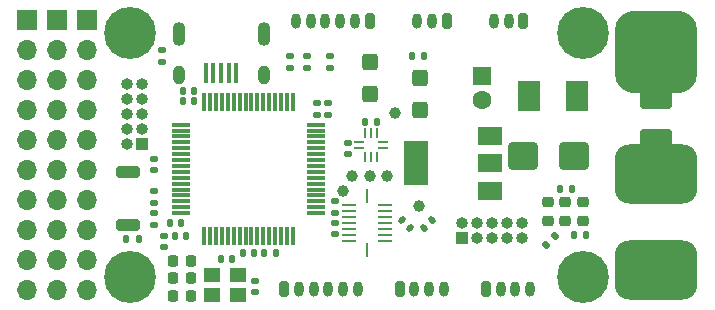
<source format=gts>
G04 #@! TF.GenerationSoftware,KiCad,Pcbnew,7.0.6*
G04 #@! TF.CreationDate,2024-02-28T18:56:17+03:00*
G04 #@! TF.ProjectId,Penguin Junior,50656e67-7569-46e2-904a-756e696f722e,rev?*
G04 #@! TF.SameCoordinates,Original*
G04 #@! TF.FileFunction,Soldermask,Top*
G04 #@! TF.FilePolarity,Negative*
%FSLAX46Y46*%
G04 Gerber Fmt 4.6, Leading zero omitted, Abs format (unit mm)*
G04 Created by KiCad (PCBNEW 7.0.6) date 2024-02-28 18:56:17*
%MOMM*%
%LPD*%
G01*
G04 APERTURE LIST*
G04 Aperture macros list*
%AMRoundRect*
0 Rectangle with rounded corners*
0 $1 Rounding radius*
0 $2 $3 $4 $5 $6 $7 $8 $9 X,Y pos of 4 corners*
0 Add a 4 corners polygon primitive as box body*
4,1,4,$2,$3,$4,$5,$6,$7,$8,$9,$2,$3,0*
0 Add four circle primitives for the rounded corners*
1,1,$1+$1,$2,$3*
1,1,$1+$1,$4,$5*
1,1,$1+$1,$6,$7*
1,1,$1+$1,$8,$9*
0 Add four rect primitives between the rounded corners*
20,1,$1+$1,$2,$3,$4,$5,0*
20,1,$1+$1,$4,$5,$6,$7,0*
20,1,$1+$1,$6,$7,$8,$9,0*
20,1,$1+$1,$8,$9,$2,$3,0*%
G04 Aperture macros list end*
%ADD10RoundRect,0.200000X0.200000X0.450000X-0.200000X0.450000X-0.200000X-0.450000X0.200000X-0.450000X0*%
%ADD11O,0.800000X1.300000*%
%ADD12RoundRect,0.140000X-0.170000X0.140000X-0.170000X-0.140000X0.170000X-0.140000X0.170000X0.140000X0*%
%ADD13RoundRect,0.250000X0.425000X-0.450000X0.425000X0.450000X-0.425000X0.450000X-0.425000X-0.450000X0*%
%ADD14RoundRect,0.140000X-0.021213X0.219203X-0.219203X0.021213X0.021213X-0.219203X0.219203X-0.021213X0*%
%ADD15RoundRect,0.218750X-0.218750X-0.256250X0.218750X-0.256250X0.218750X0.256250X-0.218750X0.256250X0*%
%ADD16RoundRect,0.250000X1.000000X0.900000X-1.000000X0.900000X-1.000000X-0.900000X1.000000X-0.900000X0*%
%ADD17RoundRect,1.250000X-2.250000X1.250000X-2.250000X-1.250000X2.250000X-1.250000X2.250000X1.250000X0*%
%ADD18C,0.700000*%
%ADD19C,4.400000*%
%ADD20RoundRect,1.750000X-1.750000X-1.750000X1.750000X-1.750000X1.750000X1.750000X-1.750000X1.750000X0*%
%ADD21RoundRect,0.075000X0.075000X-0.700000X0.075000X0.700000X-0.075000X0.700000X-0.075000X-0.700000X0*%
%ADD22RoundRect,0.075000X0.700000X-0.075000X0.700000X0.075000X-0.700000X0.075000X-0.700000X-0.075000X0*%
%ADD23RoundRect,0.218750X-0.256250X0.218750X-0.256250X-0.218750X0.256250X-0.218750X0.256250X0.218750X0*%
%ADD24R,1.600000X1.600000*%
%ADD25C,1.600000*%
%ADD26RoundRect,0.140000X0.170000X-0.140000X0.170000X0.140000X-0.170000X0.140000X-0.170000X-0.140000X0*%
%ADD27RoundRect,0.200000X-0.200000X-0.450000X0.200000X-0.450000X0.200000X0.450000X-0.200000X0.450000X0*%
%ADD28RoundRect,0.250000X-1.100000X0.325000X-1.100000X-0.325000X1.100000X-0.325000X1.100000X0.325000X0*%
%ADD29R,1.700000X1.700000*%
%ADD30O,1.700000X1.700000*%
%ADD31C,1.000000*%
%ADD32RoundRect,0.135000X0.185000X-0.135000X0.185000X0.135000X-0.185000X0.135000X-0.185000X-0.135000X0*%
%ADD33RoundRect,0.140000X0.140000X0.170000X-0.140000X0.170000X-0.140000X-0.170000X0.140000X-0.170000X0*%
%ADD34RoundRect,0.135000X0.135000X0.185000X-0.135000X0.185000X-0.135000X-0.185000X0.135000X-0.185000X0*%
%ADD35R,1.000000X1.000000*%
%ADD36O,1.000000X1.000000*%
%ADD37R,1.900000X2.500000*%
%ADD38RoundRect,0.140000X0.219203X0.021213X0.021213X0.219203X-0.219203X-0.021213X-0.021213X-0.219203X0*%
%ADD39RoundRect,0.250000X0.750000X0.250000X-0.750000X0.250000X-0.750000X-0.250000X0.750000X-0.250000X0*%
%ADD40R,0.400000X1.800000*%
%ADD41O,1.090000X2.000000*%
%ADD42O,1.050000X1.600000*%
%ADD43RoundRect,0.135000X-0.135000X-0.185000X0.135000X-0.185000X0.135000X0.185000X-0.135000X0.185000X0*%
%ADD44RoundRect,0.140000X-0.140000X-0.170000X0.140000X-0.170000X0.140000X0.170000X-0.140000X0.170000X0*%
%ADD45R,1.400000X1.200000*%
%ADD46RoundRect,0.218750X0.218750X0.256250X-0.218750X0.256250X-0.218750X-0.256250X0.218750X-0.256250X0*%
%ADD47RoundRect,0.062500X-0.325000X-0.062500X0.325000X-0.062500X0.325000X0.062500X-0.325000X0.062500X0*%
%ADD48RoundRect,0.062500X-0.062500X0.325000X-0.062500X-0.325000X0.062500X-0.325000X0.062500X0.325000X0*%
%ADD49R,2.000000X1.500000*%
%ADD50R,2.000000X3.800000*%
%ADD51RoundRect,0.062500X0.525000X0.062500X-0.525000X0.062500X-0.525000X-0.062500X0.525000X-0.062500X0*%
%ADD52RoundRect,0.062500X0.062500X-0.525000X0.062500X0.525000X-0.062500X0.525000X-0.062500X-0.525000X0*%
%ADD53RoundRect,0.135000X-0.185000X0.135000X-0.185000X-0.135000X0.185000X-0.135000X0.185000X0.135000X0*%
%ADD54RoundRect,0.135000X0.035355X-0.226274X0.226274X-0.035355X-0.035355X0.226274X-0.226274X0.035355X0*%
G04 APERTURE END LIST*
D10*
X132175000Y-84800000D03*
D11*
X130925000Y-84800000D03*
X129675000Y-84800000D03*
X128425000Y-84800000D03*
X127175000Y-84800000D03*
X125925000Y-84800000D03*
D12*
X114780000Y-103020000D03*
X114780000Y-103980000D03*
D13*
X132170000Y-91010000D03*
X132170000Y-88310000D03*
D10*
X145200000Y-84800000D03*
D11*
X143950000Y-84800000D03*
X142700000Y-84800000D03*
D14*
X137498822Y-101690589D03*
X136820000Y-102369411D03*
D15*
X115492500Y-106600000D03*
X117067500Y-106600000D03*
D12*
X122470000Y-106810000D03*
X122470000Y-107770000D03*
D16*
X149455000Y-96280000D03*
X145155000Y-96280000D03*
D17*
X156455000Y-97807000D03*
X156455000Y-105910000D03*
D18*
X110275000Y-85860000D03*
X110758274Y-84693274D03*
X110758274Y-87026726D03*
X111925000Y-84210000D03*
D19*
X111925000Y-85860000D03*
D18*
X111925000Y-87510000D03*
X113091726Y-84693274D03*
X113091726Y-87026726D03*
X113575000Y-85860000D03*
D12*
X128640000Y-91800000D03*
X128640000Y-92760000D03*
D20*
X156455000Y-87410000D03*
D21*
X118175000Y-103015000D03*
X118675000Y-103015000D03*
X119175000Y-103015000D03*
X119675000Y-103015000D03*
X120175000Y-103015000D03*
X120675000Y-103015000D03*
X121175000Y-103015000D03*
X121675000Y-103015000D03*
X122175000Y-103015000D03*
X122675000Y-103015000D03*
X123175000Y-103015000D03*
X123675000Y-103015000D03*
X124175000Y-103015000D03*
X124675000Y-103015000D03*
X125175000Y-103015000D03*
X125675000Y-103015000D03*
D22*
X127600000Y-101090000D03*
X127600000Y-100590000D03*
X127600000Y-100090000D03*
X127600000Y-99590000D03*
X127600000Y-99090000D03*
X127600000Y-98590000D03*
X127600000Y-98090000D03*
X127600000Y-97590000D03*
X127600000Y-97090000D03*
X127600000Y-96590000D03*
X127600000Y-96090000D03*
X127600000Y-95590000D03*
X127600000Y-95090000D03*
X127600000Y-94590000D03*
X127600000Y-94090000D03*
X127600000Y-93590000D03*
D21*
X125675000Y-91665000D03*
X125175000Y-91665000D03*
X124675000Y-91665000D03*
X124175000Y-91665000D03*
X123675000Y-91665000D03*
X123175000Y-91665000D03*
X122675000Y-91665000D03*
X122175000Y-91665000D03*
X121675000Y-91665000D03*
X121175000Y-91665000D03*
X120675000Y-91665000D03*
X120175000Y-91665000D03*
X119675000Y-91665000D03*
X119175000Y-91665000D03*
X118675000Y-91665000D03*
X118175000Y-91665000D03*
D22*
X116250000Y-93590000D03*
X116250000Y-94090000D03*
X116250000Y-94590000D03*
X116250000Y-95090000D03*
X116250000Y-95590000D03*
X116250000Y-96090000D03*
X116250000Y-96590000D03*
X116250000Y-97090000D03*
X116250000Y-97590000D03*
X116250000Y-98090000D03*
X116250000Y-98590000D03*
X116250000Y-99090000D03*
X116250000Y-99590000D03*
X116250000Y-100090000D03*
X116250000Y-100590000D03*
X116250000Y-101090000D03*
D23*
X150220000Y-100162500D03*
X150220000Y-101737500D03*
D18*
X148575000Y-106460000D03*
X149058274Y-105293274D03*
X149058274Y-107626726D03*
X150225000Y-104810000D03*
D19*
X150225000Y-106460000D03*
D18*
X150225000Y-108110000D03*
X151391726Y-105293274D03*
X151391726Y-107626726D03*
X151875000Y-106460000D03*
D24*
X141705000Y-89510000D03*
D25*
X141705000Y-91510000D03*
D26*
X129210000Y-102870000D03*
X129210000Y-101910000D03*
D27*
X142010000Y-107510000D03*
D11*
X143260000Y-107510000D03*
X144510000Y-107510000D03*
X145760000Y-107510000D03*
D28*
X156455000Y-91238500D03*
X156455000Y-91633500D03*
X156455000Y-94583500D03*
X156455000Y-94978500D03*
D23*
X147300000Y-100162500D03*
X147300000Y-101737500D03*
D29*
X105715000Y-84735000D03*
D30*
X105715000Y-87275000D03*
X105715000Y-89815000D03*
X105715000Y-92355000D03*
X105715000Y-94895000D03*
X105715000Y-97435000D03*
X105715000Y-99975000D03*
X105715000Y-102515000D03*
X105715000Y-105055000D03*
X105715000Y-107595000D03*
D12*
X130312500Y-95130000D03*
X130312500Y-96090000D03*
D27*
X124930000Y-107510000D03*
D11*
X126180000Y-107510000D03*
X127430000Y-107510000D03*
X128680000Y-107510000D03*
X129930000Y-107510000D03*
X131180000Y-107510000D03*
D26*
X129210000Y-101050000D03*
X129210000Y-100090000D03*
D31*
X130690000Y-97920000D03*
D32*
X126860000Y-88790000D03*
X126860000Y-87770000D03*
D33*
X132762500Y-93335000D03*
X131802500Y-93335000D03*
D32*
X128810000Y-88800000D03*
X128810000Y-87780000D03*
D34*
X149350000Y-99000000D03*
X148330000Y-99000000D03*
D23*
X148760000Y-100162500D03*
X148760000Y-101737500D03*
D35*
X140040000Y-103150000D03*
D36*
X140040000Y-101880000D03*
X141310000Y-103150000D03*
X141310000Y-101880000D03*
X142580000Y-103150000D03*
X142580000Y-101880000D03*
X143850000Y-103150000D03*
X143850000Y-101880000D03*
X145120000Y-103150000D03*
X145120000Y-101880000D03*
D37*
X149755000Y-91180000D03*
X145655000Y-91180000D03*
D38*
X135559411Y-102369411D03*
X134880589Y-101690589D03*
D29*
X108255000Y-84735000D03*
D30*
X108255000Y-87275000D03*
X108255000Y-89815000D03*
X108255000Y-92355000D03*
X108255000Y-94895000D03*
X108255000Y-97435000D03*
X108255000Y-99975000D03*
X108255000Y-102515000D03*
X108255000Y-105055000D03*
X108255000Y-107595000D03*
D27*
X134720000Y-107510000D03*
D11*
X135970000Y-107510000D03*
X137220000Y-107510000D03*
X138470000Y-107510000D03*
D13*
X136420000Y-92320000D03*
X136420000Y-89620000D03*
D39*
X111740000Y-102085000D03*
X111740000Y-97635000D03*
D31*
X134295000Y-92620000D03*
D33*
X122400000Y-104500000D03*
X121440000Y-104500000D03*
D40*
X120900000Y-89182000D03*
X120250000Y-89182000D03*
X119600000Y-89182000D03*
X118950000Y-89182000D03*
X118300000Y-89182000D03*
D41*
X116000000Y-85932000D03*
D42*
X116000000Y-89382000D03*
D41*
X123200000Y-85932000D03*
D42*
X123200000Y-89382000D03*
D43*
X135790000Y-87820000D03*
X136810000Y-87820000D03*
D12*
X127720000Y-91800000D03*
X127720000Y-92760000D03*
D44*
X115670000Y-103050000D03*
X116630000Y-103050000D03*
D31*
X136380000Y-100450000D03*
D32*
X125400000Y-88790000D03*
X125400000Y-87770000D03*
D18*
X110275000Y-106460000D03*
X110758274Y-105293274D03*
X110758274Y-107626726D03*
X111925000Y-104810000D03*
D19*
X111925000Y-106460000D03*
D18*
X111925000Y-108110000D03*
X113091726Y-105293274D03*
X113091726Y-107626726D03*
X113575000Y-106460000D03*
D32*
X113890000Y-100230000D03*
X113890000Y-99210000D03*
D35*
X112900000Y-95200000D03*
D36*
X111630000Y-95200000D03*
X112900000Y-93930000D03*
X111630000Y-93930000D03*
X112900000Y-92660000D03*
X111630000Y-92660000D03*
X112900000Y-91390000D03*
X111630000Y-91390000D03*
X112900000Y-90120000D03*
X111630000Y-90120000D03*
D44*
X115270000Y-101950000D03*
X116230000Y-101950000D03*
D45*
X118810000Y-107980000D03*
X121010000Y-107980000D03*
X121010000Y-106280000D03*
X118810000Y-106280000D03*
D44*
X116380000Y-91630000D03*
X117340000Y-91630000D03*
D43*
X111590000Y-103280000D03*
X112610000Y-103280000D03*
D15*
X115492500Y-105140000D03*
X117067500Y-105140000D03*
D31*
X132180000Y-97920000D03*
D46*
X117067500Y-108060000D03*
X115492500Y-108060000D03*
D47*
X131287500Y-95074000D03*
X131287500Y-95574000D03*
D48*
X131800000Y-96332500D03*
X132300000Y-96332500D03*
X132800000Y-96332500D03*
D47*
X133312500Y-95570000D03*
X133312500Y-95070000D03*
D48*
X132800000Y-94307500D03*
X132300000Y-94307500D03*
X131800000Y-94307500D03*
D49*
X142395000Y-99180000D03*
X142395000Y-96880000D03*
D50*
X136095000Y-96880000D03*
D49*
X142395000Y-94580000D03*
D44*
X116380000Y-90710000D03*
X117340000Y-90710000D03*
D51*
X130445000Y-103410000D03*
X130445000Y-102910000D03*
X130445000Y-102410000D03*
X130445000Y-101910000D03*
X130445000Y-101410000D03*
X130445000Y-100910000D03*
X130445000Y-100410000D03*
D52*
X131960000Y-99645000D03*
D51*
X133475000Y-100410000D03*
X133475000Y-100910000D03*
X133475000Y-101410000D03*
X133475000Y-101910000D03*
X133475000Y-102410000D03*
X133475000Y-102910000D03*
X133475000Y-103410000D03*
D52*
X131960000Y-104175000D03*
D32*
X114620000Y-88320000D03*
X114620000Y-87300000D03*
D34*
X150530000Y-102900000D03*
X149510000Y-102900000D03*
D18*
X148575000Y-85860000D03*
X149058274Y-84693274D03*
X149058274Y-87026726D03*
X150225000Y-84210000D03*
D19*
X150225000Y-85860000D03*
D18*
X150225000Y-87510000D03*
X151391726Y-84693274D03*
X151391726Y-87026726D03*
X151875000Y-85860000D03*
D44*
X119590000Y-104970000D03*
X120550000Y-104970000D03*
D10*
X138690000Y-84800000D03*
D11*
X137440000Y-84800000D03*
X136190000Y-84800000D03*
D44*
X123260000Y-104500000D03*
X124220000Y-104500000D03*
D53*
X113890000Y-101070000D03*
X113890000Y-102090000D03*
D12*
X113890000Y-96490000D03*
X113890000Y-97450000D03*
D29*
X103175000Y-84735000D03*
D30*
X103175000Y-87275000D03*
X103175000Y-89815000D03*
X103175000Y-92355000D03*
X103175000Y-94895000D03*
X103175000Y-97435000D03*
X103175000Y-99975000D03*
X103175000Y-102515000D03*
X103175000Y-105055000D03*
X103175000Y-107595000D03*
D54*
X147139376Y-103780624D03*
X147860624Y-103059376D03*
D31*
X129920000Y-99190000D03*
X133660000Y-97920000D03*
M02*

</source>
